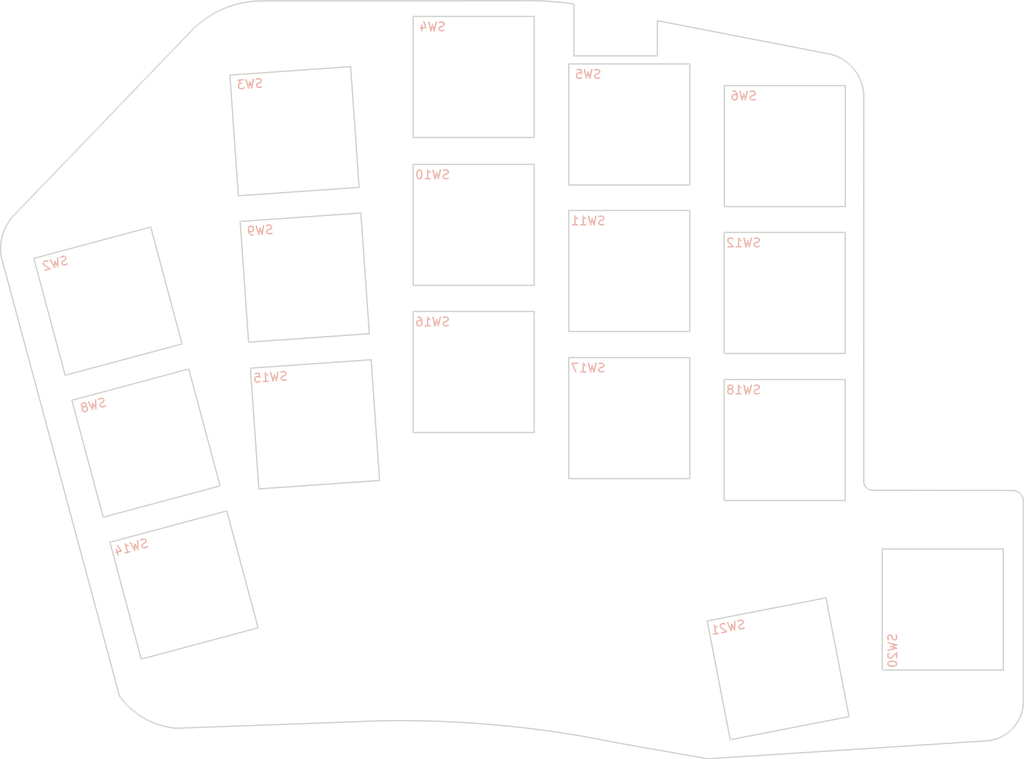
<source format=kicad_pcb>
(kicad_pcb (version 20171130) (host pcbnew 5.1.10)

  (general
    (thickness 1.6)
    (drawings 24)
    (tracks 0)
    (zones 0)
    (modules 17)
    (nets 1)
  )

  (page A4)
  (layers
    (0 F.Cu signal)
    (31 B.Cu signal)
    (32 B.Adhes user)
    (33 F.Adhes user)
    (34 B.Paste user)
    (35 F.Paste user)
    (36 B.SilkS user)
    (37 F.SilkS user)
    (38 B.Mask user)
    (39 F.Mask user)
    (40 Dwgs.User user)
    (41 Cmts.User user)
    (42 Eco1.User user)
    (43 Eco2.User user)
    (44 Edge.Cuts user)
    (45 Margin user)
    (46 B.CrtYd user)
    (47 F.CrtYd user)
    (48 B.Fab user)
    (49 F.Fab user)
  )

  (setup
    (last_trace_width 0.25)
    (trace_clearance 0.2)
    (zone_clearance 0.508)
    (zone_45_only no)
    (trace_min 0.2)
    (via_size 0.8)
    (via_drill 0.4)
    (via_min_size 0.4)
    (via_min_drill 0.3)
    (uvia_size 0.3)
    (uvia_drill 0.1)
    (uvias_allowed no)
    (uvia_min_size 0.2)
    (uvia_min_drill 0.1)
    (edge_width 0.05)
    (segment_width 0.2)
    (pcb_text_width 0.3)
    (pcb_text_size 1.5 1.5)
    (mod_edge_width 0.12)
    (mod_text_size 1 1)
    (mod_text_width 0.15)
    (pad_size 3.429 3.429)
    (pad_drill 3.429)
    (pad_to_mask_clearance 0)
    (aux_axis_origin 0 0)
    (visible_elements FFFFFF7F)
    (pcbplotparams
      (layerselection 0x010fc_ffffffff)
      (usegerberextensions false)
      (usegerberattributes true)
      (usegerberadvancedattributes true)
      (creategerberjobfile true)
      (excludeedgelayer true)
      (linewidth 0.100000)
      (plotframeref false)
      (viasonmask false)
      (mode 1)
      (useauxorigin false)
      (hpglpennumber 1)
      (hpglpenspeed 20)
      (hpglpendiameter 15.000000)
      (psnegative false)
      (psa4output false)
      (plotreference true)
      (plotvalue true)
      (plotinvisibletext false)
      (padsonsilk false)
      (subtractmaskfromsilk false)
      (outputformat 1)
      (mirror false)
      (drillshape 0)
      (scaleselection 1)
      (outputdirectory "sweep2gerber"))
  )

  (net 0 "")

  (net_class Default "This is the default net class."
    (clearance 0.2)
    (trace_width 0.25)
    (via_dia 0.8)
    (via_drill 0.4)
    (uvia_dia 0.3)
    (uvia_drill 0.1)
  )

  (module Kailh:SW_PG1350_cut (layer F.Cu) (tedit 5F05DFF4) (tstamp 608AA2DD)
    (at 124.206 97.836 90)
    (descr "Kailh \"Choc\" PG1350 keyswitch, able to be mounted on front or back of PCB")
    (tags kailh,choc)
    (path /604A14C0)
    (fp_text reference SW20 (at 4.98 -5.690001 270) (layer Dwgs.User) hide
      (effects (font (size 1 1) (thickness 0.15)))
    )
    (fp_text value SW_Push (at -0.07 8.170001 270) (layer Dwgs.User) hide
      (effects (font (size 1 1) (thickness 0.15)))
    )
    (fp_text user %V (at 0 8.255 90) (layer B.Fab)
      (effects (font (size 1 1) (thickness 0.15)) (justify mirror))
    )
    (fp_text user %R (at -4.76 -5.8 90) (layer B.SilkS)
      (effects (font (size 1 1) (thickness 0.15)) (justify mirror))
    )
    (fp_line (start -7 -7) (end 7 -7) (layer Edge.Cuts) (width 0.15))
    (fp_line (start -7 7) (end 7 7) (layer Edge.Cuts) (width 0.15))
    (fp_line (start -7 7) (end -7 -7) (layer Edge.Cuts) (width 0.15))
    (fp_line (start 7 7) (end 7 -7) (layer Edge.Cuts) (width 0.15))
  )

  (module Kailh:SW_PG1350_cut (layer F.Cu) (tedit 5F05DFF4) (tstamp 608AA094)
    (at 27.626215 62.16335 15)
    (descr "Kailh \"Choc\" PG1350 keyswitch, able to be mounted on front or back of PCB")
    (tags kailh,choc)
    (path /6049E323)
    (fp_text reference SW2 (at 4.98 -5.69 195) (layer Dwgs.User) hide
      (effects (font (size 1 1) (thickness 0.15)))
    )
    (fp_text value SW_Push (at -0.07 8.17 195) (layer Dwgs.User) hide
      (effects (font (size 1 1) (thickness 0.15)))
    )
    (fp_text user %V (at 0 8.255 15) (layer B.Fab)
      (effects (font (size 1 1) (thickness 0.15)) (justify mirror))
    )
    (fp_text user %R (at -4.76 -5.8 15) (layer B.SilkS)
      (effects (font (size 1 1) (thickness 0.15)) (justify mirror))
    )
    (fp_line (start -7 -7) (end 7 -7) (layer Edge.Cuts) (width 0.15))
    (fp_line (start -7 7) (end 7 7) (layer Edge.Cuts) (width 0.15))
    (fp_line (start -7 7) (end -7 -7) (layer Edge.Cuts) (width 0.15))
    (fp_line (start 7 7) (end 7 -7) (layer Edge.Cuts) (width 0.15))
  )

  (module Kailh:SW_PG1350_cut (layer F.Cu) (tedit 5F05DFF4) (tstamp 608AA0BB)
    (at 49.20797 42.504143 4)
    (descr "Kailh \"Choc\" PG1350 keyswitch, able to be mounted on front or back of PCB")
    (tags kailh,choc)
    (path /6049E7C0)
    (fp_text reference SW3 (at 4.98 -5.69 184) (layer Dwgs.User) hide
      (effects (font (size 1 1) (thickness 0.15)))
    )
    (fp_text value SW_Push (at -0.07 8.17 184) (layer Dwgs.User) hide
      (effects (font (size 1 1) (thickness 0.15)))
    )
    (fp_text user %V (at 0 8.255 4) (layer B.Fab)
      (effects (font (size 1 1) (thickness 0.15)) (justify mirror))
    )
    (fp_text user %R (at -4.76 -5.8 4) (layer B.SilkS)
      (effects (font (size 1 1) (thickness 0.15)) (justify mirror))
    )
    (fp_line (start -7 -7) (end 7 -7) (layer Edge.Cuts) (width 0.15))
    (fp_line (start -7 7) (end 7 7) (layer Edge.Cuts) (width 0.15))
    (fp_line (start -7 7) (end -7 -7) (layer Edge.Cuts) (width 0.15))
    (fp_line (start 7 7) (end 7 -7) (layer Edge.Cuts) (width 0.15))
  )

  (module Kailh:SW_PG1350_cut (layer F.Cu) (tedit 5F05DFF4) (tstamp 608AA0E2)
    (at 69.938 36.224)
    (descr "Kailh \"Choc\" PG1350 keyswitch, able to be mounted on front or back of PCB")
    (tags kailh,choc)
    (path /6049EB70)
    (fp_text reference SW4 (at 4.98 -5.69 180) (layer Dwgs.User) hide
      (effects (font (size 1 1) (thickness 0.15)))
    )
    (fp_text value SW_Push (at -0.07 8.17 180) (layer Dwgs.User) hide
      (effects (font (size 1 1) (thickness 0.15)))
    )
    (fp_text user %V (at 0 8.255) (layer B.Fab)
      (effects (font (size 1 1) (thickness 0.15)) (justify mirror))
    )
    (fp_text user %R (at -4.76 -5.8) (layer B.SilkS)
      (effects (font (size 1 1) (thickness 0.15)) (justify mirror))
    )
    (fp_line (start -7 -7) (end 7 -7) (layer Edge.Cuts) (width 0.15))
    (fp_line (start -7 7) (end 7 7) (layer Edge.Cuts) (width 0.15))
    (fp_line (start -7 7) (end -7 -7) (layer Edge.Cuts) (width 0.15))
    (fp_line (start 7 7) (end 7 -7) (layer Edge.Cuts) (width 0.15))
  )

  (module Kailh:SW_PG1350_cut (layer F.Cu) (tedit 5F05DFF4) (tstamp 608AA109)
    (at 87.938 41.724)
    (descr "Kailh \"Choc\" PG1350 keyswitch, able to be mounted on front or back of PCB")
    (tags kailh,choc)
    (path /6049F636)
    (fp_text reference SW5 (at 4.98 -5.69 180) (layer Dwgs.User) hide
      (effects (font (size 1 1) (thickness 0.15)))
    )
    (fp_text value SW_Push (at -0.07 8.17 180) (layer Dwgs.User) hide
      (effects (font (size 1 1) (thickness 0.15)))
    )
    (fp_text user %V (at 0 8.255) (layer B.Fab)
      (effects (font (size 1 1) (thickness 0.15)) (justify mirror))
    )
    (fp_text user %R (at -4.76 -5.8) (layer B.SilkS)
      (effects (font (size 1 1) (thickness 0.15)) (justify mirror))
    )
    (fp_line (start -7 -7) (end 7 -7) (layer Edge.Cuts) (width 0.15))
    (fp_line (start -7 7) (end 7 7) (layer Edge.Cuts) (width 0.15))
    (fp_line (start -7 7) (end -7 -7) (layer Edge.Cuts) (width 0.15))
    (fp_line (start 7 7) (end 7 -7) (layer Edge.Cuts) (width 0.15))
  )

  (module Kailh:SW_PG1350_cut (layer F.Cu) (tedit 5F05DFF4) (tstamp 608AA157)
    (at 32.026138 78.58409 15)
    (descr "Kailh \"Choc\" PG1350 keyswitch, able to be mounted on front or back of PCB")
    (tags kailh,choc)
    (path /604A6C6C)
    (fp_text reference SW8 (at 4.98 -5.69 195) (layer Dwgs.User) hide
      (effects (font (size 1 1) (thickness 0.15)))
    )
    (fp_text value SW_Push (at -0.07 8.17 195) (layer Dwgs.User) hide
      (effects (font (size 1 1) (thickness 0.15)))
    )
    (fp_text user %V (at 0 8.255 15) (layer B.Fab)
      (effects (font (size 1 1) (thickness 0.15)) (justify mirror))
    )
    (fp_text user %R (at -4.76 -5.8 15) (layer B.SilkS)
      (effects (font (size 1 1) (thickness 0.15)) (justify mirror))
    )
    (fp_line (start -7 -7) (end 7 -7) (layer Edge.Cuts) (width 0.15))
    (fp_line (start -7 7) (end 7 7) (layer Edge.Cuts) (width 0.15))
    (fp_line (start -7 7) (end -7 -7) (layer Edge.Cuts) (width 0.15))
    (fp_line (start 7 7) (end 7 -7) (layer Edge.Cuts) (width 0.15))
  )

  (module Kailh:SW_PG1350_cut (layer F.Cu) (tedit 5F05DFF4) (tstamp 608AA17E)
    (at 50.392017 59.436795 4)
    (descr "Kailh \"Choc\" PG1350 keyswitch, able to be mounted on front or back of PCB")
    (tags kailh,choc)
    (path /604A6D52)
    (fp_text reference SW9 (at 4.98 -5.69 184) (layer Dwgs.User) hide
      (effects (font (size 1 1) (thickness 0.15)))
    )
    (fp_text value SW_Push (at -0.07 8.17 184) (layer Dwgs.User) hide
      (effects (font (size 1 1) (thickness 0.15)))
    )
    (fp_text user %V (at 0 8.255 4) (layer B.Fab)
      (effects (font (size 1 1) (thickness 0.15)) (justify mirror))
    )
    (fp_text user %R (at -4.76 -5.8 4) (layer B.SilkS)
      (effects (font (size 1 1) (thickness 0.15)) (justify mirror))
    )
    (fp_line (start -7 -7) (end 7 -7) (layer Edge.Cuts) (width 0.15))
    (fp_line (start -7 7) (end 7 7) (layer Edge.Cuts) (width 0.15))
    (fp_line (start -7 7) (end -7 -7) (layer Edge.Cuts) (width 0.15))
    (fp_line (start 7 7) (end 7 -7) (layer Edge.Cuts) (width 0.15))
  )

  (module Kailh:SW_PG1350_cut (layer F.Cu) (tedit 5F05DFF4) (tstamp 608AA1CC)
    (at 87.938 58.674)
    (descr "Kailh \"Choc\" PG1350 keyswitch, able to be mounted on front or back of PCB")
    (tags kailh,choc)
    (path /604A6D66)
    (fp_text reference SW11 (at 4.98 -5.69 180) (layer Dwgs.User) hide
      (effects (font (size 1 1) (thickness 0.15)))
    )
    (fp_text value SW_Push (at -0.07 8.17 180) (layer Dwgs.User) hide
      (effects (font (size 1 1) (thickness 0.15)))
    )
    (fp_text user %V (at 0 8.255) (layer B.Fab)
      (effects (font (size 1 1) (thickness 0.15)) (justify mirror))
    )
    (fp_text user %R (at -4.76 -5.8) (layer B.SilkS)
      (effects (font (size 1 1) (thickness 0.15)) (justify mirror))
    )
    (fp_line (start -7 -7) (end 7 -7) (layer Edge.Cuts) (width 0.15))
    (fp_line (start -7 7) (end 7 7) (layer Edge.Cuts) (width 0.15))
    (fp_line (start -7 7) (end -7 -7) (layer Edge.Cuts) (width 0.15))
    (fp_line (start 7 7) (end 7 -7) (layer Edge.Cuts) (width 0.15))
  )

  (module Kailh:SW_PG1350_cut (layer F.Cu) (tedit 5F05DFF4) (tstamp 608AA1F3)
    (at 105.918 61.214)
    (descr "Kailh \"Choc\" PG1350 keyswitch, able to be mounted on front or back of PCB")
    (tags kailh,choc)
    (path /604A6D70)
    (fp_text reference SW12 (at 4.98 -5.69 180) (layer Dwgs.User) hide
      (effects (font (size 1 1) (thickness 0.15)))
    )
    (fp_text value SW_Push (at -0.07 8.17 180) (layer Dwgs.User) hide
      (effects (font (size 1 1) (thickness 0.15)))
    )
    (fp_text user %V (at 0 8.255) (layer B.Fab)
      (effects (font (size 1 1) (thickness 0.15)) (justify mirror))
    )
    (fp_text user %R (at -4.76 -5.8) (layer B.SilkS)
      (effects (font (size 1 1) (thickness 0.15)) (justify mirror))
    )
    (fp_line (start -7 -7) (end 7 -7) (layer Edge.Cuts) (width 0.15))
    (fp_line (start -7 7) (end 7 7) (layer Edge.Cuts) (width 0.15))
    (fp_line (start -7 7) (end -7 -7) (layer Edge.Cuts) (width 0.15))
    (fp_line (start 7 7) (end 7 -7) (layer Edge.Cuts) (width 0.15))
  )

  (module Kailh:SW_PG1350_cut (layer F.Cu) (tedit 5F05DFF4) (tstamp 608AA21A)
    (at 36.426062 95.004829 15)
    (descr "Kailh \"Choc\" PG1350 keyswitch, able to be mounted on front or back of PCB")
    (tags kailh,choc)
    (path /604BAD64)
    (fp_text reference SW14 (at 4.98 -5.69 195) (layer Dwgs.User) hide
      (effects (font (size 1 1) (thickness 0.15)))
    )
    (fp_text value SW_Push (at -0.07 8.17 195) (layer Dwgs.User) hide
      (effects (font (size 1 1) (thickness 0.15)))
    )
    (fp_text user %V (at 0 8.255 15) (layer B.Fab)
      (effects (font (size 1 1) (thickness 0.15)) (justify mirror))
    )
    (fp_text user %R (at -4.76 -5.8 15) (layer B.SilkS)
      (effects (font (size 1 1) (thickness 0.15)) (justify mirror))
    )
    (fp_line (start -7 -7) (end 7 -7) (layer Edge.Cuts) (width 0.15))
    (fp_line (start -7 7) (end 7 7) (layer Edge.Cuts) (width 0.15))
    (fp_line (start -7 7) (end -7 -7) (layer Edge.Cuts) (width 0.15))
    (fp_line (start 7 7) (end 7 -7) (layer Edge.Cuts) (width 0.15))
  )

  (module Kailh:SW_PG1350_cut (layer F.Cu) (tedit 5F05DFF4) (tstamp 608AA241)
    (at 51.579132 76.41334 4)
    (descr "Kailh \"Choc\" PG1350 keyswitch, able to be mounted on front or back of PCB")
    (tags kailh,choc)
    (path /604BAF06)
    (fp_text reference SW15 (at 4.98 -5.69 184) (layer Dwgs.User) hide
      (effects (font (size 1 1) (thickness 0.15)))
    )
    (fp_text value SW_Push (at -0.07 8.17 184) (layer Dwgs.User) hide
      (effects (font (size 1 1) (thickness 0.15)))
    )
    (fp_text user %V (at 0 8.255 4) (layer B.Fab)
      (effects (font (size 1 1) (thickness 0.15)) (justify mirror))
    )
    (fp_text user %R (at -4.76 -5.8 4) (layer B.SilkS)
      (effects (font (size 1 1) (thickness 0.15)) (justify mirror))
    )
    (fp_line (start -7 -7) (end 7 -7) (layer Edge.Cuts) (width 0.15))
    (fp_line (start -7 7) (end 7 7) (layer Edge.Cuts) (width 0.15))
    (fp_line (start -7 7) (end -7 -7) (layer Edge.Cuts) (width 0.15))
    (fp_line (start 7 7) (end 7 -7) (layer Edge.Cuts) (width 0.15))
  )

  (module Kailh:SW_PG1350_cut (layer F.Cu) (tedit 5F05DFF4) (tstamp 608AA268)
    (at 69.938 70.358)
    (descr "Kailh \"Choc\" PG1350 keyswitch, able to be mounted on front or back of PCB")
    (tags kailh,choc)
    (path /604BAF10)
    (fp_text reference SW16 (at 4.98 -5.69 180) (layer Dwgs.User) hide
      (effects (font (size 1 1) (thickness 0.15)))
    )
    (fp_text value SW_Push (at -0.07 8.17 180) (layer Dwgs.User) hide
      (effects (font (size 1 1) (thickness 0.15)))
    )
    (fp_text user %V (at 0 8.255) (layer B.Fab)
      (effects (font (size 1 1) (thickness 0.15)) (justify mirror))
    )
    (fp_text user %R (at -4.76 -5.8) (layer B.SilkS)
      (effects (font (size 1 1) (thickness 0.15)) (justify mirror))
    )
    (fp_line (start -7 -7) (end 7 -7) (layer Edge.Cuts) (width 0.15))
    (fp_line (start -7 7) (end 7 7) (layer Edge.Cuts) (width 0.15))
    (fp_line (start -7 7) (end -7 -7) (layer Edge.Cuts) (width 0.15))
    (fp_line (start 7 7) (end 7 -7) (layer Edge.Cuts) (width 0.15))
  )

  (module Kailh:SW_PG1350_cut (layer F.Cu) (tedit 5F05DFF4) (tstamp 608AA28F)
    (at 87.938 75.692)
    (descr "Kailh \"Choc\" PG1350 keyswitch, able to be mounted on front or back of PCB")
    (tags kailh,choc)
    (path /604BAF1A)
    (fp_text reference SW17 (at 4.98 -5.69 180) (layer Dwgs.User) hide
      (effects (font (size 1 1) (thickness 0.15)))
    )
    (fp_text value SW_Push (at -0.07 8.17 180) (layer Dwgs.User) hide
      (effects (font (size 1 1) (thickness 0.15)))
    )
    (fp_text user %V (at 0 8.255) (layer B.Fab)
      (effects (font (size 1 1) (thickness 0.15)) (justify mirror))
    )
    (fp_text user %R (at -4.76 -5.8) (layer B.SilkS)
      (effects (font (size 1 1) (thickness 0.15)) (justify mirror))
    )
    (fp_line (start -7 -7) (end 7 -7) (layer Edge.Cuts) (width 0.15))
    (fp_line (start -7 7) (end 7 7) (layer Edge.Cuts) (width 0.15))
    (fp_line (start -7 7) (end -7 -7) (layer Edge.Cuts) (width 0.15))
    (fp_line (start 7 7) (end 7 -7) (layer Edge.Cuts) (width 0.15))
  )

  (module Kailh:SW_PG1350_cut (layer F.Cu) (tedit 5F05DFF4) (tstamp 608AA2B6)
    (at 105.918 78.232)
    (descr "Kailh \"Choc\" PG1350 keyswitch, able to be mounted on front or back of PCB")
    (tags kailh,choc)
    (path /604BAF24)
    (fp_text reference SW18 (at 4.98 -5.69 180) (layer Dwgs.User) hide
      (effects (font (size 1 1) (thickness 0.15)))
    )
    (fp_text value SW_Push (at -0.07 8.17 180) (layer Dwgs.User) hide
      (effects (font (size 1 1) (thickness 0.15)))
    )
    (fp_text user %V (at 0 8.255) (layer B.Fab)
      (effects (font (size 1 1) (thickness 0.15)) (justify mirror))
    )
    (fp_text user %R (at -4.76 -5.8) (layer B.SilkS)
      (effects (font (size 1 1) (thickness 0.15)) (justify mirror))
    )
    (fp_line (start -7 -7) (end 7 -7) (layer Edge.Cuts) (width 0.15))
    (fp_line (start -7 7) (end 7 7) (layer Edge.Cuts) (width 0.15))
    (fp_line (start -7 7) (end -7 -7) (layer Edge.Cuts) (width 0.15))
    (fp_line (start 7 7) (end 7 -7) (layer Edge.Cuts) (width 0.15))
  )

  (module Kailh:SW_PG1350_cut (layer F.Cu) (tedit 5F05DFF4) (tstamp 608AA304)
    (at 105.156 104.694 11)
    (descr "Kailh \"Choc\" PG1350 keyswitch, able to be mounted on front or back of PCB")
    (tags kailh,choc)
    (path /604A14CA)
    (fp_text reference SW21 (at 4.98 -5.69 191) (layer Dwgs.User) hide
      (effects (font (size 1 1) (thickness 0.15)))
    )
    (fp_text value SW_Push (at -0.07 8.17 191) (layer Dwgs.User) hide
      (effects (font (size 1 1) (thickness 0.15)))
    )
    (fp_text user %V (at 0 8.255 11) (layer B.Fab)
      (effects (font (size 1 1) (thickness 0.15)) (justify mirror))
    )
    (fp_text user %R (at -4.759999 -5.8 11) (layer B.SilkS)
      (effects (font (size 1 1) (thickness 0.15)) (justify mirror))
    )
    (fp_line (start -7 -7) (end 7 -7) (layer Edge.Cuts) (width 0.15))
    (fp_line (start -7 7) (end 7 7) (layer Edge.Cuts) (width 0.15))
    (fp_line (start -7 7) (end -7 -7) (layer Edge.Cuts) (width 0.15))
    (fp_line (start 7 7) (end 7 -7) (layer Edge.Cuts) (width 0.15))
  )

  (module Kailh:SW_PG1350_cut (layer F.Cu) (tedit 5F05DFF4) (tstamp 608AA130)
    (at 105.938 44.224)
    (descr "Kailh \"Choc\" PG1350 keyswitch, able to be mounted on front or back of PCB")
    (tags kailh,choc)
    (path /6049F698)
    (fp_text reference SW6 (at 4.98 -5.69 180) (layer Dwgs.User) hide
      (effects (font (size 1 1) (thickness 0.15)))
    )
    (fp_text value SW_Push (at -0.07 8.17 180) (layer Dwgs.User) hide
      (effects (font (size 1 1) (thickness 0.15)))
    )
    (fp_text user %V (at 0 8.255) (layer B.Fab)
      (effects (font (size 1 1) (thickness 0.15)) (justify mirror))
    )
    (fp_text user %R (at -4.76 -5.8) (layer B.SilkS)
      (effects (font (size 1 1) (thickness 0.15)) (justify mirror))
    )
    (fp_line (start -7 -7) (end 7 -7) (layer Edge.Cuts) (width 0.15))
    (fp_line (start -7 7) (end 7 7) (layer Edge.Cuts) (width 0.15))
    (fp_line (start -7 7) (end -7 -7) (layer Edge.Cuts) (width 0.15))
    (fp_line (start 7 7) (end 7 -7) (layer Edge.Cuts) (width 0.15))
  )

  (module Kailh:SW_PG1350_cut (layer F.Cu) (tedit 5F05DFF4) (tstamp 608AA1A5)
    (at 69.938 53.34)
    (descr "Kailh \"Choc\" PG1350 keyswitch, able to be mounted on front or back of PCB")
    (tags kailh,choc)
    (path /604A6D5C)
    (fp_text reference SW10 (at 4.98 -5.69 180) (layer Dwgs.User) hide
      (effects (font (size 1 1) (thickness 0.15)))
    )
    (fp_text value SW_Push (at -0.07 8.17 180) (layer Dwgs.User) hide
      (effects (font (size 1 1) (thickness 0.15)))
    )
    (fp_text user %V (at 0 8.255) (layer B.Fab)
      (effects (font (size 1 1) (thickness 0.15)) (justify mirror))
    )
    (fp_text user %R (at -4.76 -5.8) (layer B.SilkS)
      (effects (font (size 1 1) (thickness 0.15)) (justify mirror))
    )
    (fp_line (start -7 -7) (end 7 -7) (layer Edge.Cuts) (width 0.15))
    (fp_line (start -7 7) (end 7 7) (layer Edge.Cuts) (width 0.15))
    (fp_line (start -7 7) (end -7 -7) (layer Edge.Cuts) (width 0.15))
    (fp_line (start 7 7) (end 7 -7) (layer Edge.Cuts) (width 0.15))
  )

  (gr_line (start 91.186 33.782) (end 81.534 33.782) (angle 90) (layer Edge.Cuts) (width 0.15) (tstamp 615413AD))
  (gr_line (start 91.186 33.782) (end 91.189179 29.718) (angle 90) (layer Edge.Cuts) (width 0.15) (tstamp 615413AA))
  (gr_line (start 81.534 33.782) (end 81.530763 27.790181) (angle 90) (layer Edge.Cuts) (width 0.15) (tstamp 615413A7))
  (gr_arc (start 109.967672 38.549349) (end 115.065179 38.841439) (angle -84.49083169) (layer Edge.Cuts) (width 0.15) (tstamp 611916A7))
  (gr_arc (start 116.078 83.027686) (end 115.062 83.058) (angle -90.73840941) (layer Edge.Cuts) (width 0.15) (tstamp 611916A6))
  (gr_line (start 35.549948 111.575617) (end 58.783546 110.725903) (layer Edge.Cuts) (width 0.15) (tstamp 611916A5))
  (gr_line (start 75.437472 27.407567) (end 45.466 27.432) (angle 90) (layer Edge.Cuts) (width 0.15) (tstamp 611916A4))
  (gr_line (start 133.53368 108.458) (end 133.53368 92.202) (angle 90) (layer Edge.Cuts) (width 0.15) (tstamp 611916A3))
  (gr_line (start 110.747799 33.50343) (end 91.186 29.718) (angle 90) (layer Edge.Cuts) (width 0.15) (tstamp 611916A2))
  (gr_line (start 133.53368 92.202) (end 133.53368 85.344) (angle 90) (layer Edge.Cuts) (width 0.15) (tstamp 611916A1))
  (gr_line (start 15.494 57.822) (end 28.960398 107.848346) (angle 90) (layer Edge.Cuts) (width 0.15) (tstamp 611916A0))
  (gr_line (start 132.183836 84.066473) (end 116.121405 84.043211) (angle 90) (layer Edge.Cuts) (width 0.15) (tstamp 6119169F))
  (gr_arc (start 45.466 38.862) (end 45.466 27.432) (angle -47.72631099) (layer Edge.Cuts) (width 0.15) (tstamp 6119169E))
  (gr_arc (start 132.26368 85.334) (end 133.53368 85.344) (angle -94.05555909) (layer Edge.Cuts) (width 0.15) (tstamp 6119169D))
  (gr_line (start 115.062 83.058) (end 115.065179 38.841439) (angle 90) (layer Edge.Cuts) (width 0.15) (tstamp 6119169C))
  (gr_arc (start 20.786299 56.073296) (end 16.845839 52.13132) (angle -63.29582795) (layer Edge.Cuts) (width 0.15) (tstamp 6119169B))
  (gr_line (start 37.008485 31.17335) (end 16.845839 52.13132) (angle 90) (layer Edge.Cuts) (width 0.15) (tstamp 6119169A))
  (gr_arc (start 36.326398 102.514346) (end 28.960398 107.848346) (angle -49.19263052) (layer Edge.Cuts) (width 0.15) (tstamp 61191699))
  (gr_line (start 97.284813 115.091456) (end 129.286 113.03) (layer Edge.Cuts) (width 0.15) (tstamp 611915F8))
  (gr_line (start 86.614 113.284) (end 96.774 115.062) (layer Edge.Cuts) (width 0.15) (tstamp 61191577))
  (gr_arc (start 128.949299 108.458) (end 129.286 113.03) (angle -85.78810506) (layer Edge.Cuts) (width 0.15) (tstamp 61191576))
  (gr_arc (start 76.220684 63.644971) (end 81.530763 27.790181) (angle -9.662406929) (layer Edge.Cuts) (width 0.15) (tstamp 61191575))
  (gr_arc (start 61.491282 233.935279) (end 58.783546 110.725903) (angle 13.02135768) (layer Edge.Cuts) (width 0.15) (tstamp 61191574))
  (gr_arc (start 97.125046 113.418186) (end 96.774 115.062) (angle -17.50894085) (layer Edge.Cuts) (width 0.15) (tstamp 61191573))

)

</source>
